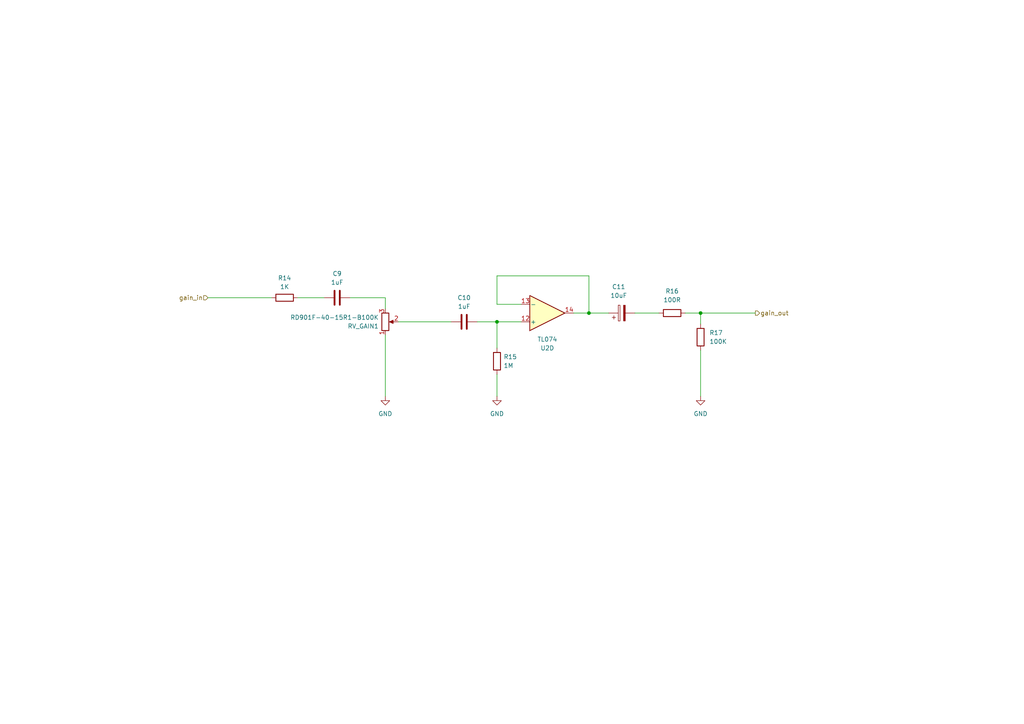
<source format=kicad_sch>
(kicad_sch (version 20230121) (generator eeschema)
  (paper "A4")
  (lib_symbols
    (symbol "Amplifier_Operational:TL074" (pin_names (offset 0.127))
      (property "Reference" "U" (at 0 5.08 0))
      (property "Value" "TL074" (at 0 -5.08 0))
      (symbol "TL074_1_1"
        (polyline (pts (xy -5.08 5.08) (xy 5.08 0) (xy -5.08 -5.08) (xy -5.08 5.08)) (stroke (width 0.254)) (fill (type background)))
        (pin output line (at 7.62 0 180) (length 2.54) (name "~") (number "1"))
        (pin input line (at -7.62 -2.54 0) (length 2.54) (name "-") (number "2"))
        (pin input line (at -7.62 2.54 0) (length 2.54) (name "+") (number "3"))
      )
      (symbol "TL074_2_1"
        (polyline (pts (xy -5.08 5.08) (xy 5.08 0) (xy -5.08 -5.08) (xy -5.08 5.08)) (stroke (width 0.254)) (fill (type background)))
        (pin input line (at -7.62 2.54 0) (length 2.54) (name "+") (number "5"))
        (pin input line (at -7.62 -2.54 0) (length 2.54) (name "-") (number "6"))
        (pin output line (at 7.62 0 180) (length 2.54) (name "~") (number "7"))
      )
      (symbol "TL074_3_1"
        (polyline (pts (xy -5.08 5.08) (xy 5.08 0) (xy -5.08 -5.08) (xy -5.08 5.08)) (stroke (width 0.254)) (fill (type background)))
        (pin input line (at -7.62 2.54 0) (length 2.54) (name "+") (number "10"))
        (pin output line (at 7.62 0 180) (length 2.54) (name "~") (number "8"))
        (pin input line (at -7.62 -2.54 0) (length 2.54) (name "-") (number "9"))
      )
      (symbol "TL074_4_1"
        (polyline (pts (xy -5.08 5.08) (xy 5.08 0) (xy -5.08 -5.08) (xy -5.08 5.08)) (stroke (width 0.254)) (fill (type background)))
        (pin input line (at -7.62 2.54 0) (length 2.54) (name "+") (number "12"))
        (pin input line (at -7.62 -2.54 0) (length 2.54) (name "-") (number "13"))
        (pin output line (at 7.62 0 180) (length 2.54) (name "~") (number "14"))
      )
      (symbol "TL074_5_1"
        (pin power_in line (at -2.54 -7.62 90) (length 3.81) (name "V-") (number "11"))
        (pin power_in line (at -2.54 7.62 270) (length 3.81) (name "V+") (number "4"))
      )
    )
    (symbol "Device:C" (pin_numbers hide) (pin_names (offset 0.254))
      (property "Reference" "C" (at 0.635 2.54 0))
      (property "Value" "C" (at 0.635 -2.54 0))
      (symbol "C_0_1"
        (polyline (pts (xy -2.032 -0.762) (xy 2.032 -0.762)) (stroke (width 0.508)))
        (polyline (pts (xy -2.032 0.762) (xy 2.032 0.762)) (stroke (width 0.508)))
      )
      (symbol "C_1_1"
        (pin passive line (at 0 3.81 270) (length 2.794) (name "~") (number "1"))
        (pin passive line (at 0 -3.81 90) (length 2.794) (name "~") (number "2"))
      )
    )
    (symbol "Device:C_Polarized" (pin_numbers hide) (pin_names (offset 0.254))
      (property "Reference" "C" (at 0.635 2.54 0))
      (property "Value" "C_Polarized" (at 0.635 -2.54 0))
      (symbol "C_Polarized_0_1"
        (rectangle (start -2.286 0.508) (end 2.286 1.016))
        (polyline (pts (xy -1.778 2.286) (xy -0.762 2.286)))
        (polyline (pts (xy -1.27 2.794) (xy -1.27 1.778)))
        (rectangle (start 2.286 -0.508) (end -2.286 -1.016) (fill (type outline)))
      )
      (symbol "C_Polarized_1_1"
        (pin passive line (at 0 3.81 270) (length 2.794) (name "~") (number "1"))
        (pin passive line (at 0 -3.81 90) (length 2.794) (name "~") (number "2"))
      )
    )
    (symbol "Device:R" (pin_numbers hide) (pin_names (offset 0))
      (property "Reference" "R" (at 2.032 0 90))
      (property "Value" "R" (at 0 0 90))
      (symbol "R_0_1"
        (rectangle (start -1.016 -2.54) (end 1.016 2.54) (stroke (width 0.254)))
      )
      (symbol "R_1_1"
        (pin passive line (at 0 3.81 270) (length 1.27) (name "~") (number "1"))
        (pin passive line (at 0 -3.81 90) (length 1.27) (name "~") (number "2"))
      )
    )
    (symbol "Device:R_Potentiometer" (pin_names (offset 1.016) hide)
      (property "Reference" "RV" (at -4.445 0 90))
      (property "Value" "R_Potentiometer" (at -2.54 0 90))
      (symbol "R_Potentiometer_0_1"
        (polyline (pts (xy 2.54 0) (xy 1.524 0)))
        (polyline (pts (xy 1.143 0) (xy 2.286 0.508) (xy 2.286 -0.508) (xy 1.143 0)) (fill (type outline)))
        (rectangle (start 1.016 2.54) (end -1.016 -2.54) (stroke (width 0.254)))
      )
      (symbol "R_Potentiometer_1_1"
        (pin passive line (at 0 3.81 270) (length 1.27) (name "1") (number "1"))
        (pin passive line (at 3.81 0 180) (length 1.27) (name "2") (number "2"))
        (pin passive line (at 0 -3.81 90) (length 1.27) (name "3") (number "3"))
      )
    )
    (symbol "power:GND" (power) (pin_names (offset 0))
      (property "Value" "GND" (at 0 -3.81 0))
      (symbol "GND_0_1"
        (polyline (pts (xy 0 0) (xy 0 -1.27) (xy 1.27 -1.27) (xy 0 -2.54) (xy -1.27 -1.27) (xy 0 -1.27)))
      )
      (symbol "GND_1_1"
        (pin power_in line (at 0 0 270) (length 0) hide (name "GND") (number "1"))
      )
    )
  )
  (junction (at 144.145 93.345))
  (junction (at 170.815 90.805))
  (junction (at 203.2 90.805))
  (wire (pts (xy 203.2 90.805) (xy 198.755 90.805)))
  (wire (pts (xy 144.145 80.01) (xy 170.815 80.01)))
  (wire (pts (xy 151.13 88.265) (xy 144.145 88.265)))
  (wire (pts (xy 60.325 86.36) (xy 78.74 86.36)))
  (wire (pts (xy 115.57 93.345) (xy 130.81 93.345)))
  (wire (pts (xy 203.2 90.805) (xy 219.075 90.805)))
  (wire (pts (xy 111.76 97.155) (xy 111.76 114.935)))
  (wire (pts (xy 138.43 93.345) (xy 144.145 93.345)))
  (wire (pts (xy 144.145 88.265) (xy 144.145 80.01)))
  (wire (pts (xy 166.37 90.805) (xy 170.815 90.805)))
  (wire (pts (xy 144.145 108.585) (xy 144.145 114.935)))
  (wire (pts (xy 111.76 86.36) (xy 101.6 86.36)))
  (wire (pts (xy 170.815 90.805) (xy 176.53 90.805)))
  (wire (pts (xy 203.2 101.6) (xy 203.2 114.935)))
  (wire (pts (xy 203.2 93.98) (xy 203.2 90.805)))
  (wire (pts (xy 170.815 80.01) (xy 170.815 90.805)))
  (wire (pts (xy 111.76 89.535) (xy 111.76 86.36)))
  (wire (pts (xy 144.145 93.345) (xy 144.145 100.965)))
  (wire (pts (xy 86.36 86.36) (xy 93.98 86.36)))
  (wire (pts (xy 184.15 90.805) (xy 191.135 90.805)))
  (wire (pts (xy 144.145 93.345) (xy 151.13 93.345)))
  (hierarchical_label "gain_out" (shape output) (at 219.075 90.805 0))
  (hierarchical_label "gain_in" (shape input) (at 60.325 86.36 180))
  (symbol (lib_id "Device:C") (at 97.79 86.36 90) (unit 1)
    (property "Reference" "C9" (at 97.79 79.375 90))
    (property "Value" "1uF" (at 97.79 81.915 90))
    (property "Footprint" "Capacitor_SMD:C_0805_2012Metric_Pad1.18x1.45mm_HandSolder" (effects hide))
    (property "LCSC" "C7393936" (effects hide))
  )
  (symbol (lib_id "power:GND") (at 111.76 114.935 0) (unit 1)
    (property "Reference" "#PWR011" (effects hide))
    (property "Value" "GND" (at 111.76 120.015 0))
  )
  (symbol (lib_id "Device:R_Potentiometer") (at 111.76 93.345 0) (mirror x) (unit 1)
    (property "Reference" "RV_GAIN1" (at 109.855 94.615 0) (effects (justify right)))
    (property "Value" "RD901F-40-15R1-B100K" (at 109.855 92.075 0) (effects (justify right)))
    (property "Footprint" "Potentiometer_THT:Potentiometer_Alpha_RD901F-40-00D_Single_Vertical" (effects hide))
    (property "Datasheet" "http://www.taiwanalpha.com/downloads?target=products&id=113" (effects hide))
    (property "TAYDA" "A-1848" (effects hide))
  )
  (symbol (lib_id "Device:R") (at 82.55 86.36 90) (unit 1)
    (property "Reference" "R14" (at 82.55 80.645 90))
    (property "Value" "1K" (at 82.55 83.185 90))
    (property "Footprint" "Resistor_SMD:R_0805_2012Metric_Pad1.20x1.40mm_HandSolder" (effects hide))
  )
  (symbol (lib_id "Device:R") (at 194.945 90.805 270) (unit 1)
    (property "Reference" "R16" (at 194.945 84.455 90))
    (property "Value" "100R" (at 194.945 86.995 90))
    (property "Footprint" "Resistor_SMD:R_0805_2012Metric_Pad1.20x1.40mm_HandSolder" (effects hide))
  )
  (symbol (lib_id "Device:R") (at 203.2 97.79 0) (unit 1)
    (property "Reference" "R17" (at 205.74 96.52 0) (effects (justify left)))
    (property "Value" "100K" (at 205.74 99.06 0) (effects (justify left)))
    (property "Footprint" "Resistor_SMD:R_0805_2012Metric_Pad1.20x1.40mm_HandSolder" (effects hide))
  )
  (symbol (lib_id "Amplifier_Operational:TL074") (at 158.75 90.805 0) (mirror x) (unit 4)
    (property "Reference" "U2" (at 158.75 100.965 0))
    (property "Value" "TL074" (at 158.75 98.425 0))
    (property "Footprint" "Package_SO:SOIC-8_3.9x4.9mm_P1.27mm" (effects hide))
    (property "Datasheet" "http://www.ti.com/lit/ds/symlink/tl071.pdf" (effects hide))
    (property "LCSC" "C12594" (effects hide))
  )
  (symbol (lib_id "power:GND") (at 203.2 114.935 0) (unit 1)
    (property "Reference" "#PWR013" (effects hide))
    (property "Value" "GND" (at 203.2 120.015 0))
  )
  (symbol (lib_id "Device:C_Polarized") (at 180.34 90.805 90) (unit 1)
    (property "Reference" "C11" (at 179.451 83.185 90))
    (property "Value" "10uF" (at 179.451 85.725 90))
    (property "Footprint" "Capacitor_SMD:C_0805_2012Metric_Pad1.18x1.45mm_HandSolder" (effects hide))
    (property "Datasheet" "https://datasheet.lcsc.com/lcsc/2304140030_Samsung-Electro-Mechanics-CL10A106MQ8NNNC_C1691.pdf" (effects hide))
  )
  (symbol (lib_id "power:GND") (at 144.145 114.935 0) (unit 1)
    (property "Reference" "#PWR012" (effects hide))
    (property "Value" "GND" (at 144.145 120.015 0))
  )
  (symbol (lib_id "Device:C") (at 134.62 93.345 90) (unit 1)
    (property "Reference" "C10" (at 134.62 86.36 90))
    (property "Value" "1uF" (at 134.62 88.9 90))
    (property "Footprint" "Capacitor_SMD:C_0805_2012Metric_Pad1.18x1.45mm_HandSolder" (effects hide))
    (property "LCSC" "C7393936" (effects hide))
  )
  (symbol (lib_id "Device:R") (at 144.145 104.775 180) (unit 1)
    (property "Reference" "R15" (at 146.05 103.505 0) (effects (justify right)))
    (property "Value" "1M" (at 146.05 106.045 0) (effects (justify right)))
    (property "Footprint" "Resistor_SMD:R_0805_2012Metric_Pad1.20x1.40mm_HandSolder" (effects hide))
  )
)
</source>
